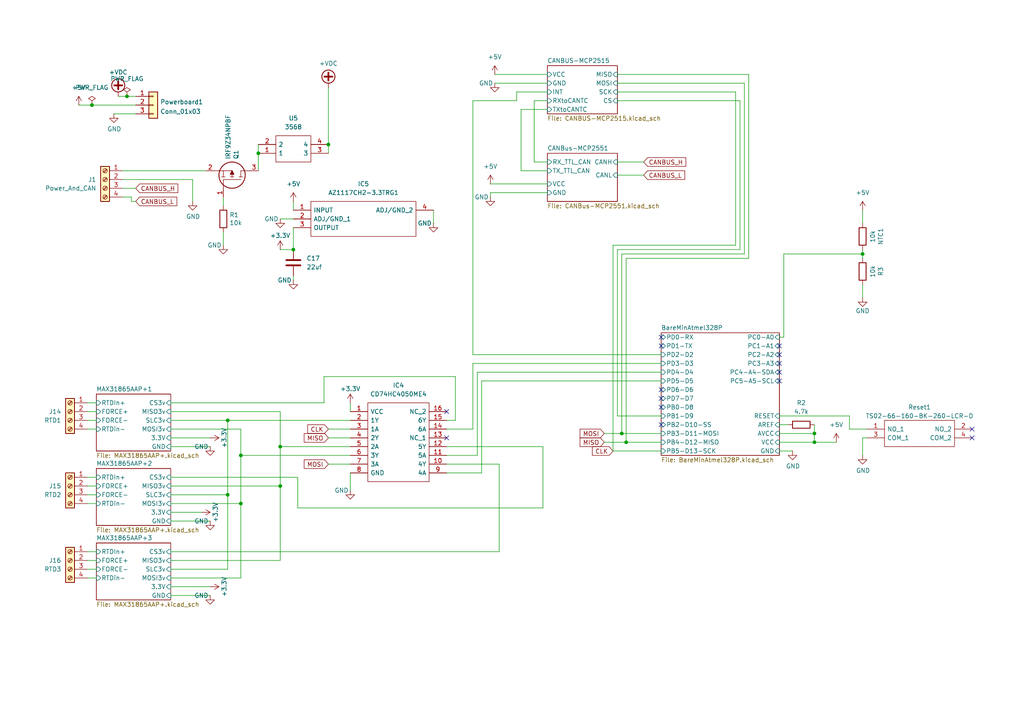
<source format=kicad_sch>
(kicad_sch (version 20231120) (generator "eeschema") (generator_version "8.0")
  (paper "A4")
  (lib_symbols
    (symbol "Connector:Screw_Terminal_01x04" (pin_names (offset 1.016) hide)
      (property "Reference" "J" (at 0 5.08 0))
      (property "Value" "Screw_Terminal_01x04" (at 0 -7.62 0))
      (symbol "Screw_Terminal_01x04_1_1"
        (rectangle (start -1.27 3.81) (end 1.27 -6.35) (stroke (width 0.254)) (fill (type background)))
        (circle (center 0 -5.08) (radius 0.635) (stroke (width 0.1524)))
        (circle (center 0 -2.54) (radius 0.635) (stroke (width 0.1524)))
        (polyline (pts (xy -0.5334 -4.7498) (xy 0.3302 -5.588)) (stroke (width 0.1524)))
        (polyline (pts (xy -0.5334 -2.2098) (xy 0.3302 -3.048)) (stroke (width 0.1524)))
        (polyline (pts (xy -0.5334 0.3302) (xy 0.3302 -0.508)) (stroke (width 0.1524)))
        (polyline (pts (xy -0.5334 2.8702) (xy 0.3302 2.032)) (stroke (width 0.1524)))
        (polyline (pts (xy -0.3556 -4.572) (xy 0.508 -5.4102)) (stroke (width 0.1524)))
        (polyline (pts (xy -0.3556 -2.032) (xy 0.508 -2.8702)) (stroke (width 0.1524)))
        (polyline (pts (xy -0.3556 0.508) (xy 0.508 -0.3302)) (stroke (width 0.1524)))
        (polyline (pts (xy -0.3556 3.048) (xy 0.508 2.2098)) (stroke (width 0.1524)))
        (circle (center 0 0) (radius 0.635) (stroke (width 0.1524)))
        (circle (center 0 2.54) (radius 0.635) (stroke (width 0.1524)))
        (pin passive line (at -5.08 2.54 0) (length 3.81) (name "Pin_1") (number "1"))
        (pin passive line (at -5.08 0 0) (length 3.81) (name "Pin_2") (number "2"))
        (pin passive line (at -5.08 -2.54 0) (length 3.81) (name "Pin_3") (number "3"))
        (pin passive line (at -5.08 -5.08 0) (length 3.81) (name "Pin_4") (number "4"))
      )
    )
    (symbol "Connector_Generic:Conn_01x03" (pin_names (offset 1.016) hide)
      (property "Reference" "J" (at 0 5.08 0))
      (property "Value" "Conn_01x03" (at 0 -5.08 0))
      (symbol "Conn_01x03_1_1"
        (rectangle (start -1.27 -2.413) (end 0 -2.667) (stroke (width 0.1524)))
        (rectangle (start -1.27 0.127) (end 0 -0.127) (stroke (width 0.1524)))
        (rectangle (start -1.27 2.667) (end 0 2.413) (stroke (width 0.1524)))
        (rectangle (start -1.27 3.81) (end 1.27 -3.81) (stroke (width 0.254)) (fill (type background)))
        (pin passive line (at -5.08 2.54 0) (length 3.81) (name "Pin_1") (number "1"))
        (pin passive line (at -5.08 0 0) (length 3.81) (name "Pin_2") (number "2"))
        (pin passive line (at -5.08 -2.54 0) (length 3.81) (name "Pin_3") (number "3"))
      )
    )
    (symbol "Device:C" (pin_numbers hide) (pin_names (offset 0.254))
      (property "Reference" "C" (at 0.635 2.54 0))
      (property "Value" "C" (at 0.635 -2.54 0))
      (symbol "C_0_1"
        (polyline (pts (xy -2.032 -0.762) (xy 2.032 -0.762)) (stroke (width 0.508)))
        (polyline (pts (xy -2.032 0.762) (xy 2.032 0.762)) (stroke (width 0.508)))
      )
      (symbol "C_1_1"
        (pin passive line (at 0 3.81 270) (length 2.794) (name "~") (number "1"))
        (pin passive line (at 0 -3.81 90) (length 2.794) (name "~") (number "2"))
      )
    )
    (symbol "Device:R" (pin_numbers hide) (pin_names (offset 0))
      (property "Reference" "R" (at 2.032 0 90))
      (property "Value" "R" (at 0 0 90))
      (symbol "R_0_1"
        (rectangle (start -1.016 -2.54) (end 1.016 2.54) (stroke (width 0.254)))
      )
      (symbol "R_1_1"
        (pin passive line (at 0 3.81 270) (length 1.27) (name "~") (number "1"))
        (pin passive line (at 0 -3.81 90) (length 1.27) (name "~") (number "2"))
      )
    )
    (symbol "SamacSys_Parts:3568" (pin_names (offset 0.762))
      (property "Reference" "U" (at 16.51 7.62 0))
      (property "Value" "3568" (at 16.51 5.08 0))
      (symbol "3568_0_0"
        (pin passive line (at 0 -2.54 0) (length 5.08) (name "1") (number "1"))
        (pin passive line (at 0 0 0) (length 5.08) (name "2") (number "2"))
        (pin passive line (at 20.32 -2.54 180) (length 5.08) (name "3") (number "3"))
        (pin passive line (at 20.32 0 180) (length 5.08) (name "4") (number "4"))
      )
      (symbol "3568_0_1"
        (polyline (pts (xy 5.08 2.54) (xy 15.24 2.54) (xy 15.24 -5.08) (xy 5.08 -5.08) (xy 5.08 2.54)) (stroke (width 0.1524)))
      )
    )
    (symbol "SamacSys_Parts:AZ1117CH2-3.3TRG1" (pin_names (offset 0.762))
      (property "Reference" "IC" (at 36.83 7.62 0))
      (property "Value" "AZ1117CH2-3.3TRG1" (at 36.83 5.08 0))
      (symbol "AZ1117CH2-3.3TRG1_0_0"
        (pin passive line (at 0 0 0) (length 5.08) (name "INPUT") (number "1"))
        (pin passive line (at 0 -2.54 0) (length 5.08) (name "ADJ/GND_1") (number "2"))
        (pin passive line (at 0 -5.08 0) (length 5.08) (name "OUTPUT") (number "3"))
        (pin passive line (at 40.64 0 180) (length 5.08) (name "ADJ/GND_2") (number "4"))
      )
      (symbol "AZ1117CH2-3.3TRG1_0_1"
        (polyline (pts (xy 5.08 2.54) (xy 35.56 2.54) (xy 35.56 -7.62) (xy 5.08 -7.62) (xy 5.08 2.54)) (stroke (width 0.1524)))
      )
    )
    (symbol "SamacSys_Parts:CD74HC4050ME4" (pin_names (offset 0.762))
      (property "Reference" "IC" (at 24.13 7.62 0))
      (property "Value" "CD74HC4050ME4" (at 24.13 5.08 0))
      (symbol "CD74HC4050ME4_0_0"
        (pin passive line (at 0 0 0) (length 5.08) (name "VCC") (number "1"))
        (pin passive line (at 27.94 -15.24 180) (length 5.08) (name "4Y") (number "10"))
        (pin passive line (at 27.94 -12.7 180) (length 5.08) (name "5A") (number "11"))
        (pin passive line (at 27.94 -10.16 180) (length 5.08) (name "5Y") (number "12"))
        (pin passive line (at 27.94 -7.62 180) (length 5.08) (name "NC_1") (number "13"))
        (pin passive line (at 27.94 -5.08 180) (length 5.08) (name "6A") (number "14"))
        (pin passive line (at 27.94 -2.54 180) (length 5.08) (name "6Y") (number "15"))
        (pin passive line (at 27.94 0 180) (length 5.08) (name "NC_2") (number "16"))
        (pin passive line (at 0 -2.54 0) (length 5.08) (name "1Y") (number "2"))
        (pin passive line (at 0 -5.08 0) (length 5.08) (name "1A") (number "3"))
        (pin passive line (at 0 -7.62 0) (length 5.08) (name "2Y") (number "4"))
        (pin passive line (at 0 -10.16 0) (length 5.08) (name "2A") (number "5"))
        (pin passive line (at 0 -12.7 0) (length 5.08) (name "3Y") (number "6"))
        (pin passive line (at 0 -15.24 0) (length 5.08) (name "3A") (number "7"))
        (pin passive line (at 0 -17.78 0) (length 5.08) (name "GND") (number "8"))
        (pin passive line (at 27.94 -17.78 180) (length 5.08) (name "4A") (number "9"))
      )
      (symbol "CD74HC4050ME4_0_1"
        (polyline (pts (xy 5.08 2.54) (xy 22.86 2.54) (xy 22.86 -20.32) (xy 5.08 -20.32) (xy 5.08 2.54)) (stroke (width 0.1524)))
      )
    )
    (symbol "SamacSys_Parts:IRF9Z34NPBF" (pin_names (offset 0.762))
      (property "Reference" "Q" (at 11.43 3.81 0))
      (property "Value" "IRF9Z34NPBF" (at 11.43 1.27 0))
      (symbol "IRF9Z34NPBF_0_0"
        (pin passive line (at 0 0 0) (length 2.54) (name "~") (number "1"))
        (pin passive line (at 7.62 -5.08 90) (length 2.54) (name "~") (number "2"))
        (pin passive line (at 7.62 10.16 270) (length 2.54) (name "~") (number "3"))
      )
      (symbol "IRF9Z34NPBF_0_1"
        (polyline (pts (xy 5.842 -0.508) (xy 5.842 0.508)) (stroke (width 0.1524)))
        (polyline (pts (xy 5.842 0) (xy 7.62 0)) (stroke (width 0.1524)))
        (polyline (pts (xy 5.842 2.032) (xy 5.842 3.048)) (stroke (width 0.1524)))
        (polyline (pts (xy 5.842 5.588) (xy 5.842 4.572)) (stroke (width 0.1524)))
        (polyline (pts (xy 7.62 2.54) (xy 5.842 2.54)) (stroke (width 0.1524)))
        (polyline (pts (xy 7.62 2.54) (xy 7.62 -2.54)) (stroke (width 0.1524)))
        (polyline (pts (xy 7.62 5.08) (xy 5.842 5.08)) (stroke (width 0.1524)))
        (polyline (pts (xy 7.62 5.08) (xy 7.62 7.62)) (stroke (width 0.1524)))
        (polyline (pts (xy 2.54 0) (xy 5.08 0) (xy 5.08 5.08)) (stroke (width 0.1524)))
        (polyline (pts (xy 7.62 2.54) (xy 6.604 3.048) (xy 6.604 2.032) (xy 7.62 2.54)) (stroke (width 0.254)) (fill (type outline)))
        (circle (center 6.35 2.54) (radius 3.81) (stroke (width 0.254)))
      )
    )
    (symbol "SamacSys_Parts:TS02-66-160-BK-260-LCR-D" (pin_names (offset 0.762))
      (property "Reference" "S" (at 26.67 7.62 0))
      (property "Value" "TS02-66-160-BK-260-LCR-D" (at 26.67 5.08 0))
      (symbol "TS02-66-160-BK-260-LCR-D_0_0"
        (pin passive line (at 0 0 0) (length 5.08) (name "NO_1") (number "1"))
        (pin passive line (at 30.48 0 180) (length 5.08) (name "NO_2") (number "2"))
        (pin passive line (at 0 -2.54 0) (length 5.08) (name "COM_1") (number "3"))
        (pin passive line (at 30.48 -2.54 180) (length 5.08) (name "COM_2") (number "4"))
      )
      (symbol "TS02-66-160-BK-260-LCR-D_0_1"
        (polyline (pts (xy 5.08 2.54) (xy 25.4 2.54) (xy 25.4 -5.08) (xy 5.08 -5.08) (xy 5.08 2.54)) (stroke (width 0.1524)))
      )
    )
    (symbol "power:+3.3V" (power) (pin_numbers hide) (pin_names (offset 0) hide)
      (property "Value" "+3.3V" (at 0 3.556 0))
      (symbol "+3.3V_0_1"
        (polyline (pts (xy -0.762 1.27) (xy 0 2.54)))
        (polyline (pts (xy 0 0) (xy 0 2.54)))
        (polyline (pts (xy 0 2.54) (xy 0.762 1.27)))
      )
      (symbol "+3.3V_1_1"
        (pin power_in line (at 0 0 90) (length 0) (name "~") (number "1"))
      )
    )
    (symbol "power:+5V" (power) (pin_numbers hide) (pin_names (offset 0) hide)
      (property "Value" "+5V" (at 0 3.556 0))
      (symbol "+5V_0_1"
        (polyline (pts (xy -0.762 1.27) (xy 0 2.54)))
        (polyline (pts (xy 0 0) (xy 0 2.54)))
        (polyline (pts (xy 0 2.54) (xy 0.762 1.27)))
      )
      (symbol "+5V_1_1"
        (pin power_in line (at 0 0 90) (length 0) (name "~") (number "1"))
      )
    )
    (symbol "power:+VDC" (power) (pin_numbers hide) (pin_names (offset 0) hide)
      (property "Value" "+VDC" (at 0 6.35 0))
      (symbol "+VDC_0_1"
        (polyline (pts (xy -1.143 3.175) (xy 1.143 3.175)) (stroke (width 0.508)))
        (polyline (pts (xy 0 0) (xy 0 1.27)))
        (polyline (pts (xy 0 2.032) (xy 0 4.318)) (stroke (width 0.508)))
        (circle (center 0 3.175) (radius 1.905) (stroke (width 0.254)))
      )
      (symbol "+VDC_1_1"
        (pin power_in line (at 0 0 90) (length 0) (name "~") (number "1"))
      )
    )
    (symbol "power:GND" (power) (pin_numbers hide) (pin_names (offset 0) hide)
      (property "Value" "GND" (at 0 -3.81 0))
      (symbol "GND_0_1"
        (polyline (pts (xy 0 0) (xy 0 -1.27) (xy 1.27 -1.27) (xy 0 -2.54) (xy -1.27 -1.27) (xy 0 -1.27)))
      )
      (symbol "GND_1_1"
        (pin power_in line (at 0 0 270) (length 0) (name "~") (number "1"))
      )
    )
    (symbol "power:PWR_FLAG" (power) (pin_numbers hide) (pin_names (offset 0) hide)
      (property "Value" "PWR_FLAG" (at 0 3.81 0))
      (symbol "PWR_FLAG_0_0"
        (pin power_out line (at 0 0 90) (length 0) (name "~") (number "1"))
      )
      (symbol "PWR_FLAG_0_1"
        (polyline (pts (xy 0 0) (xy 0 1.27) (xy -1.016 1.905) (xy 0 2.54) (xy 1.016 1.905) (xy 0 1.27)))
      )
    )
  )
  (junction (at 69.85 132.08))
  (junction (at 250.19 73.66))
  (junction (at 81.28 140.97))
  (junction (at 66.04 143.51))
  (junction (at 85.09 72.39))
  (junction (at 95.25 41.91))
  (junction (at 81.28 129.54))
  (junction (at 74.93 44.45))
  (junction (at 69.85 146.05))
  (junction (at 66.04 121.92))
  (junction (at 36.83 27.94))
  (junction (at 180.34 125.73))
  (junction (at 236.22 125.73))
  (junction (at 26.67 30.48))
  (junction (at 181.61 128.27))
  (junction (at 236.22 128.27))
  (no_connect (at 191.77 97.79))
  (no_connect (at 191.77 100.33))
  (no_connect (at 191.77 115.57))
  (no_connect (at 191.77 123.19))
  (no_connect (at 191.77 118.11))
  (no_connect (at 129.54 127))
  (no_connect (at 226.06 102.87))
  (no_connect (at 226.06 100.33))
  (no_connect (at 281.94 127))
  (no_connect (at 226.06 110.49))
  (no_connect (at 191.77 113.03))
  (no_connect (at 226.06 107.95))
  (no_connect (at 281.94 124.46))
  (no_connect (at 226.06 105.41))
  (no_connect (at 129.54 119.38))
  (wire (pts (xy 34.29 27.94) (xy 36.83 27.94)))
  (wire (pts (xy 35.56 52.07) (xy 55.88 52.07)))
  (wire (pts (xy 143.51 24.13) (xy 158.75 24.13)))
  (wire (pts (xy 25.4 146.05) (xy 27.94 146.05)))
  (wire (pts (xy 95.25 41.91) (xy 95.25 44.45)))
  (wire (pts (xy 246.38 120.65) (xy 246.38 124.46)))
  (wire (pts (xy 191.77 102.87) (xy 137.16 102.87)))
  (wire (pts (xy 69.85 124.46) (xy 49.53 124.46)))
  (wire (pts (xy 26.67 30.48) (xy 39.37 30.48)))
  (wire (pts (xy 191.77 120.65) (xy 179.07 120.65)))
  (wire (pts (xy 227.33 97.79) (xy 227.33 73.66)))
  (wire (pts (xy 101.6 116.84) (xy 101.6 119.38)))
  (wire (pts (xy 215.9 24.13) (xy 215.9 73.66)))
  (wire (pts (xy 38.1 58.42) (xy 38.1 57.15)))
  (wire (pts (xy 250.19 73.66) (xy 250.19 74.93)))
  (wire (pts (xy 250.19 127) (xy 250.19 132.08)))
  (wire (pts (xy 25.4 160.02) (xy 27.94 160.02)))
  (wire (pts (xy 158.75 55.88) (xy 142.24 55.88)))
  (wire (pts (xy 191.77 107.95) (xy 138.43 107.95)))
  (wire (pts (xy 55.88 58.42) (xy 55.88 52.07)))
  (wire (pts (xy 157.48 147.32) (xy 86.36 147.32)))
  (wire (pts (xy 49.53 116.84) (xy 93.98 116.84)))
  (wire (pts (xy 191.77 105.41) (xy 137.16 105.41)))
  (wire (pts (xy 250.19 72.39) (xy 250.19 73.66)))
  (wire (pts (xy 226.06 130.81) (xy 229.87 130.81)))
  (wire (pts (xy 154.94 29.21) (xy 158.75 29.21)))
  (wire (pts (xy 179.07 72.39) (xy 214.63 72.39)))
  (wire (pts (xy 142.24 53.34) (xy 158.75 53.34)))
  (wire (pts (xy 213.36 26.67) (xy 179.07 26.67)))
  (wire (pts (xy 95.25 124.46) (xy 101.6 124.46)))
  (wire (pts (xy 49.53 165.1) (xy 66.04 165.1)))
  (wire (pts (xy 179.07 120.65) (xy 179.07 72.39)))
  (wire (pts (xy 81.28 63.5) (xy 85.09 63.5)))
  (wire (pts (xy 226.06 123.19) (xy 228.6 123.19)))
  (wire (pts (xy 143.51 21.59) (xy 158.75 21.59)))
  (wire (pts (xy 236.22 128.27) (xy 242.57 128.27)))
  (wire (pts (xy 137.16 124.46) (xy 129.54 124.46)))
  (wire (pts (xy 213.36 71.12) (xy 213.36 26.67)))
  (wire (pts (xy 125.73 60.96) (xy 125.73 64.77)))
  (wire (pts (xy 129.54 132.08) (xy 138.43 132.08)))
  (wire (pts (xy 137.16 29.21) (xy 149.86 29.21)))
  (wire (pts (xy 142.24 55.88) (xy 142.24 57.15)))
  (wire (pts (xy 49.53 129.54) (xy 60.96 129.54)))
  (wire (pts (xy 179.07 24.13) (xy 215.9 24.13)))
  (wire (pts (xy 49.53 167.64) (xy 69.85 167.64)))
  (wire (pts (xy 250.19 82.55) (xy 250.19 86.36)))
  (wire (pts (xy 129.54 129.54) (xy 157.48 129.54)))
  (wire (pts (xy 180.34 73.66) (xy 180.34 125.73)))
  (wire (pts (xy 25.4 167.64) (xy 27.94 167.64)))
  (wire (pts (xy 38.1 57.15) (xy 35.56 57.15)))
  (wire (pts (xy 177.8 71.12) (xy 213.36 71.12)))
  (wire (pts (xy 95.25 134.62) (xy 101.6 134.62)))
  (wire (pts (xy 74.93 44.45) (xy 74.93 49.53)))
  (wire (pts (xy 25.4 140.97) (xy 27.94 140.97)))
  (wire (pts (xy 158.75 46.99) (xy 154.94 46.99)))
  (wire (pts (xy 226.06 97.79) (xy 227.33 97.79)))
  (wire (pts (xy 86.36 147.32) (xy 86.36 138.43)))
  (wire (pts (xy 49.53 172.72) (xy 60.96 172.72)))
  (wire (pts (xy 49.53 151.13) (xy 60.96 151.13)))
  (wire (pts (xy 49.53 146.05) (xy 69.85 146.05)))
  (wire (pts (xy 25.4 138.43) (xy 27.94 138.43)))
  (wire (pts (xy 191.77 130.81) (xy 177.8 130.81)))
  (wire (pts (xy 226.06 120.65) (xy 246.38 120.65)))
  (wire (pts (xy 49.53 160.02) (xy 144.78 160.02)))
  (wire (pts (xy 151.13 31.75) (xy 151.13 49.53)))
  (wire (pts (xy 93.98 109.22) (xy 132.08 109.22)))
  (wire (pts (xy 49.53 170.18) (xy 60.96 170.18)))
  (wire (pts (xy 236.22 125.73) (xy 236.22 128.27)))
  (wire (pts (xy 137.16 102.87) (xy 137.16 29.21)))
  (wire (pts (xy 22.86 30.48) (xy 26.67 30.48)))
  (wire (pts (xy 101.6 132.08) (xy 69.85 132.08)))
  (wire (pts (xy 191.77 128.27) (xy 181.61 128.27)))
  (wire (pts (xy 129.54 137.16) (xy 139.7 137.16)))
  (wire (pts (xy 139.7 110.49) (xy 191.77 110.49)))
  (wire (pts (xy 180.34 125.73) (xy 191.77 125.73)))
  (wire (pts (xy 250.19 60.96) (xy 250.19 64.77)))
  (wire (pts (xy 35.56 49.53) (xy 59.69 49.53)))
  (wire (pts (xy 36.83 27.94) (xy 39.37 27.94)))
  (wire (pts (xy 179.07 50.8) (xy 186.69 50.8)))
  (wire (pts (xy 138.43 107.95) (xy 138.43 132.08)))
  (wire (pts (xy 175.26 128.27) (xy 181.61 128.27)))
  (wire (pts (xy 33.02 33.02) (xy 39.37 33.02)))
  (wire (pts (xy 81.28 129.54) (xy 101.6 129.54)))
  (wire (pts (xy 177.8 130.81) (xy 177.8 71.12)))
  (wire (pts (xy 95.25 127) (xy 101.6 127)))
  (wire (pts (xy 49.53 119.38) (xy 81.28 119.38)))
  (wire (pts (xy 86.36 138.43) (xy 49.53 138.43)))
  (wire (pts (xy 81.28 119.38) (xy 81.28 129.54)))
  (wire (pts (xy 139.7 137.16) (xy 139.7 110.49)))
  (wire (pts (xy 74.93 41.91) (xy 74.93 44.45)))
  (wire (pts (xy 129.54 134.62) (xy 144.78 134.62)))
  (wire (pts (xy 25.4 119.38) (xy 27.94 119.38)))
  (wire (pts (xy 81.28 72.39) (xy 85.09 72.39)))
  (wire (pts (xy 25.4 121.92) (xy 27.94 121.92)))
  (wire (pts (xy 69.85 132.08) (xy 69.85 124.46)))
  (wire (pts (xy 149.86 26.67) (xy 158.75 26.67)))
  (wire (pts (xy 154.94 46.99) (xy 154.94 29.21)))
  (wire (pts (xy 69.85 132.08) (xy 69.85 146.05)))
  (wire (pts (xy 81.28 162.56) (xy 81.28 140.97)))
  (wire (pts (xy 181.61 128.27) (xy 181.61 74.93)))
  (wire (pts (xy 39.37 58.42) (xy 38.1 58.42)))
  (wire (pts (xy 181.61 74.93) (xy 217.17 74.93)))
  (wire (pts (xy 25.4 143.51) (xy 27.94 143.51)))
  (wire (pts (xy 64.77 67.31) (xy 64.77 71.12)))
  (wire (pts (xy 251.46 127) (xy 250.19 127)))
  (wire (pts (xy 25.4 165.1) (xy 27.94 165.1)))
  (wire (pts (xy 157.48 129.54) (xy 157.48 147.32)))
  (wire (pts (xy 144.78 160.02) (xy 144.78 134.62)))
  (wire (pts (xy 214.63 72.39) (xy 214.63 29.21)))
  (wire (pts (xy 49.53 143.51) (xy 66.04 143.51)))
  (wire (pts (xy 137.16 105.41) (xy 137.16 124.46)))
  (wire (pts (xy 151.13 49.53) (xy 158.75 49.53)))
  (wire (pts (xy 66.04 165.1) (xy 66.04 143.51)))
  (wire (pts (xy 149.86 29.21) (xy 149.86 26.67)))
  (wire (pts (xy 215.9 73.66) (xy 180.34 73.66)))
  (wire (pts (xy 179.07 21.59) (xy 217.17 21.59)))
  (wire (pts (xy 101.6 137.16) (xy 101.6 142.24)))
  (wire (pts (xy 132.08 121.92) (xy 129.54 121.92)))
  (wire (pts (xy 49.53 148.59) (xy 58.42 148.59)))
  (wire (pts (xy 158.75 31.75) (xy 151.13 31.75)))
  (wire (pts (xy 179.07 46.99) (xy 186.69 46.99)))
  (wire (pts (xy 217.17 74.93) (xy 217.17 21.59)))
  (wire (pts (xy 66.04 143.51) (xy 66.04 121.92)))
  (wire (pts (xy 35.56 54.61) (xy 39.37 54.61)))
  (wire (pts (xy 81.28 129.54) (xy 81.28 140.97)))
  (wire (pts (xy 85.09 72.39) (xy 85.09 66.04)))
  (wire (pts (xy 246.38 124.46) (xy 251.46 124.46)))
  (wire (pts (xy 49.53 127) (xy 60.96 127)))
  (wire (pts (xy 95.25 25.4) (xy 95.25 41.91)))
  (wire (pts (xy 227.33 73.66) (xy 250.19 73.66)))
  (wire (pts (xy 85.09 58.42) (xy 85.09 60.96)))
  (wire (pts (xy 25.4 124.46) (xy 27.94 124.46)))
  (wire (pts (xy 64.77 59.69) (xy 64.77 57.15)))
  (wire (pts (xy 49.53 140.97) (xy 81.28 140.97)))
  (wire (pts (xy 93.98 116.84) (xy 93.98 109.22)))
  (wire (pts (xy 226.06 125.73) (xy 236.22 125.73)))
  (wire (pts (xy 25.4 162.56) (xy 27.94 162.56)))
  (wire (pts (xy 49.53 162.56) (xy 81.28 162.56)))
  (wire (pts (xy 236.22 123.19) (xy 236.22 125.73)))
  (wire (pts (xy 49.53 121.92) (xy 66.04 121.92)))
  (wire (pts (xy 226.06 128.27) (xy 236.22 128.27)))
  (wire (pts (xy 66.04 121.92) (xy 101.6 121.92)))
  (wire (pts (xy 132.08 109.22) (xy 132.08 121.92)))
  (wire (pts (xy 25.4 116.84) (xy 27.94 116.84)))
  (wire (pts (xy 175.26 125.73) (xy 180.34 125.73)))
  (wire (pts (xy 214.63 29.21) (xy 179.07 29.21)))
  (wire (pts (xy 85.09 80.01) (xy 85.09 81.28)))
  (wire (pts (xy 69.85 167.64) (xy 69.85 146.05)))
  (global_label "MOSI" (shape input) (at 175.26 125.73 180) (property "Intersheetrefs" "${INTERSHEET_REFS}" (effects (hide yes))))
  (global_label "CANBUS_H" (shape input) (at 39.37 54.61 0) (property "Intersheetrefs" "${INTERSHEET_REFS}" (effects (hide yes))))
  (global_label "MISO" (shape input) (at 175.26 128.27 180) (property "Intersheetrefs" "${INTERSHEET_REFS}" (effects (hide yes))))
  (global_label "MISO" (shape input) (at 95.25 127 180) (property "Intersheetrefs" "${INTERSHEET_REFS}" (effects (hide yes))))
  (global_label "MOSI" (shape input) (at 95.25 134.62 180) (property "Intersheetrefs" "${INTERSHEET_REFS}" (effects (hide yes))))
  (global_label "CLK" (shape input) (at 177.8 130.81 180) (property "Intersheetrefs" "${INTERSHEET_REFS}" (effects (hide yes))))
  (global_label "CANBUS_H" (shape input) (at 186.69 46.99 0) (property "Intersheetrefs" "${INTERSHEET_REFS}" (effects (hide yes))))
  (global_label "CLK" (shape input) (at 95.25 124.46 180) (property "Intersheetrefs" "${INTERSHEET_REFS}" (effects (hide yes))))
  (global_label "CANBUS_L" (shape input) (at 186.69 50.8 0) (property "Intersheetrefs" "${INTERSHEET_REFS}" (effects (hide yes))))
  (global_label "CANBUS_L" (shape input) (at 39.37 58.42 0) (property "Intersheetrefs" "${INTERSHEET_REFS}" (effects (hide yes))))
  (symbol (lib_id "power:GND") (at 101.6 142.24 0) (unit 1)
    (property "Reference" "#PWR011" (effects (hide yes)))
    (property "Value" "GND" (at 99.06 142.24 0))
    (property "Description" "Power symbol creates a global label with name \"GND\" , ground" (effects (hide yes)))
  )
  (symbol (lib_id "power:+3.3V") (at 60.96 127 270) (unit 1)
    (property "Reference" "#PWR028" (effects (hide yes)))
    (property "Value" "+3.3V" (at 65.024 127 0))
    (property "Description" "Power symbol creates a global label with name \"+3.3V\"" (effects (hide yes)))
  )
  (symbol (lib_id "power:GND") (at 60.96 172.72 0) (unit 1)
    (property "Reference" "#PWR025" (effects (hide yes)))
    (property "Value" "GND" (at 58.42 172.72 0))
    (property "Description" "Power symbol creates a global label with name \"GND\" , ground" (effects (hide yes)))
  )
  (symbol (lib_id "power:GND") (at 81.28 63.5 0) (unit 1)
    (property "Reference" "#PWR05" (effects (hide yes)))
    (property "Value" "GND" (at 78.74 63.5 0))
    (property "Description" "Power symbol creates a global label with name \"GND\" , ground" (effects (hide yes)))
  )
  (symbol (lib_id "power:+5V") (at 22.86 30.48 0) (unit 1)
    (property "Reference" "#PWR01" (effects (hide yes)))
    (property "Value" "+5V" (at 22.86 25.4 0))
    (property "Description" "Power symbol creates a global label with name \"+5V\"" (effects (hide yes)))
  )
  (symbol (lib_id "power:+3.3V") (at 81.28 72.39 0) (unit 1)
    (property "Reference" "#PWR09" (effects (hide yes)))
    (property "Value" "+3.3V" (at 81.28 68.326 0))
    (property "Description" "Power symbol creates a global label with name \"+3.3V\"" (effects (hide yes)))
  )
  (symbol (lib_id "SamacSys_Parts:IRF9Z34NPBF") (at 64.77 57.15 270) (mirror x) (unit 1)
    (property "Reference" "Q1" (at 68.4784 46.228 0) (effects (justify left)))
    (property "Value" "IRF9Z34NPBF" (at 66.167 46.228 0) (effects (justify left)))
    (property "Footprint" "TO254P469X1042X1967-3P" (effects (hide yes)))
    (property "Datasheet" "https://www.infineon.com/dgdl/irf9z34npbf.pdf?fileId=5546d462533600a40153561220af1ddd" (effects (hide yes)))
    (property "Description" "MOSFET MOSFT PCh -55V -17A 100mOhm 23.3nC" (effects (hide yes)))
    (property "Height" "4.69" (effects (hide yes)))
    (property "Mouser Part Number" "942-IRF9Z34NPBF" (effects (hide yes)))
    (property "Mouser Price/Stock" "https://www.mouser.co.uk/ProductDetail/Infineon-Technologies/IRF9Z34NPBF?qs=9%252BKlkBgLFf16a%2FvlD%252BMCtQ%3D%3D" (effects (hide yes)))
    (property "Manufacturer_Name" "Infineon" (effects (hide yes)))
    (property "Manufacturer_Part_Number" "IRF9Z34NPBF" (effects (hide yes)))
  )
  (symbol (lib_id "Connector:Screw_Terminal_01x04") (at 20.32 119.38 0) (mirror y) (unit 1)
    (property "Reference" "J14" (at 17.78 119.3799 0) (effects (justify left)))
    (property "Value" "RTD1" (at 17.78 121.9199 0) (effects (justify left)))
    (property "Footprint" "TerminalBlock_Phoenix:TerminalBlock_Phoenix_MPT-0,5-4-2.54_1x04_P2.54mm_Horizontal" (effects (hide yes)))
    (property "Description" "Generic screw terminal, single row, 01x04, script generated (kicad-library-utils/schlib/autogen/connector/)" (effects (hide yes)))
  )
  (symbol (lib_id "power:+3.3V") (at 101.6 116.84 0) (unit 1)
    (property "Reference" "#PWR022" (effects (hide yes)))
    (property "Value" "+3.3V" (at 101.6 112.776 0))
    (property "Description" "Power symbol creates a global label with name \"+3.3V\"" (effects (hide yes)))
  )
  (symbol (lib_id "power:PWR_FLAG") (at 36.83 27.94 0) (unit 1)
    (property "Reference" "#FLG02" (effects (hide yes)))
    (property "Value" "PWR_FLAG" (at 36.83 22.86 0))
    (property "Description" "Special symbol for telling ERC where power comes from" (effects (hide yes)))
  )
  (symbol (lib_id "SamacSys_Parts:AZ1117CH2-3.3TRG1") (at 85.09 60.96 0) (unit 1)
    (property "Reference" "IC5" (at 105.41 53.34 0))
    (property "Value" "AZ1117CH2-3.3TRG1" (at 105.41 55.88 0))
    (property "Footprint" "SOT230P700X180-4N" (effects (hide yes)))
    (property "Datasheet" "https://www.diodes.com//assets/Datasheets/AZ1117C.pdf" (effects (hide yes)))
    (property "Description" "LDO Voltage Regulators LDO BJT HiCurr SOT223 T&R 4K" (effects (hide yes)))
    (property "Height" "1.8" (effects (hide yes)))
    (property "Mouser Part Number" "621-AZ1117CH2-33TRG1" (effects (hide yes)))
    (property "Mouser Price/Stock" "https://www.mouser.co.uk/ProductDetail/Diodes-Incorporated/AZ1117CH2-3.3TRG1?qs=lQAVKuKFhkLc7jCxso2G3w%3D%3D" (effects (hide yes)))
    (property "Manufacturer_Name" "Diodes Incorporated" (effects (hide yes)))
    (property "Manufacturer_Part_Number" "AZ1117CH2-3.3TRG1" (effects (hide yes)))
  )
  (symbol (lib_id "power:+3.3V") (at 58.42 148.59 270) (unit 1)
    (property "Reference" "#PWR027" (effects (hide yes)))
    (property "Value" "+3.3V" (at 62.484 148.59 0))
    (property "Description" "Power symbol creates a global label with name \"+3.3V\"" (effects (hide yes)))
  )
  (symbol (lib_id "power:+VDC") (at 34.29 27.94 0) (unit 1)
    (property "Reference" "#PWR02" (effects (hide yes)))
    (property "Value" "+VDC" (at 34.29 20.955 0))
    (property "Description" "Power symbol creates a global label with name \"+VDC\"" (effects (hide yes)))
  )
  (symbol (lib_id "SamacSys_Parts:TS02-66-160-BK-260-LCR-D") (at 251.46 124.46 0) (unit 1)
    (property "Reference" "Reset1" (at 266.7 118.11 0))
    (property "Value" "TS02-66-160-BK-260-LCR-D" (at 266.7 120.65 0))
    (property "Footprint" "TS0266160BK260LCRD" (effects (hide yes)))
    (property "Datasheet" "https://www.cuidevices.com/product/resource/ts02.pdf" (effects (hide yes)))
    (property "Description" "Tactile Switches 6 x 6 mm, 16 mm Act Height, 260 gf, Black, Long Crimped, Through Hole, SPST," (effects (hide yes)))
    (property "Height" "16.2" (effects (hide yes)))
    (property "Mouser Part Number" "179-TS0266160BK260LC" (effects (hide yes)))
    (property "Mouser Price/Stock" "https://www.mouser.co.uk/ProductDetail/CUI-Devices/TS02-66-160-BK-260-LCR-D?qs=A6eO%252BMLsxmR2iSh4nOToMQ%3D%3D" (effects (hide yes)))
    (property "Manufacturer_Name" "CUI Devices" (effects (hide yes)))
    (property "Manufacturer_Part_Number" "TS02-66-160-BK-260-LCR-D" (effects (hide yes)))
  )
  (symbol (lib_id "power:GND") (at 250.19 132.08 0) (unit 1)
    (property "Reference" "#PWR021" (effects (hide yes)))
    (property "Value" "GND" (at 250.317 136.4742 0))
    (property "Description" "Power symbol creates a global label with name \"GND\" , ground" (effects (hide yes)))
  )
  (symbol (lib_id "power:+5V") (at 142.24 53.34 0) (unit 1)
    (property "Reference" "#PWR013" (effects (hide yes)))
    (property "Value" "+5V" (at 142.24 48.26 0))
    (property "Description" "Power symbol creates a global label with name \"+5V\"" (effects (hide yes)))
  )
  (symbol (lib_id "power:GND") (at 60.96 129.54 0) (unit 1)
    (property "Reference" "#PWR023" (effects (hide yes)))
    (property "Value" "GND" (at 58.42 129.54 0))
    (property "Description" "Power symbol creates a global label with name \"GND\" , ground" (effects (hide yes)))
  )
  (symbol (lib_id "power:GND") (at 33.02 33.02 0) (unit 1)
    (property "Reference" "#PWR03" (effects (hide yes)))
    (property "Value" "GND" (at 33.147 37.4142 0))
    (property "Description" "Power symbol creates a global label with name \"GND\" , ground" (effects (hide yes)))
  )
  (symbol (lib_id "power:GND") (at 125.73 64.77 0) (unit 1)
    (property "Reference" "#PWR04" (effects (hide yes)))
    (property "Value" "GND" (at 123.19 64.77 0))
    (property "Description" "Power symbol creates a global label with name \"GND\" , ground" (effects (hide yes)))
  )
  (symbol (lib_id "power:PWR_FLAG") (at 26.67 30.48 0) (unit 1)
    (property "Reference" "#FLG01" (effects (hide yes)))
    (property "Value" "PWR_FLAG" (at 26.67 25.4 0))
    (property "Description" "Special symbol for telling ERC where power comes from" (effects (hide yes)))
  )
  (symbol (lib_id "SamacSys_Parts:CD74HC4050ME4") (at 101.6 119.38 0) (unit 1)
    (property "Reference" "IC4" (at 115.57 111.76 0))
    (property "Value" "CD74HC4050ME4" (at 115.57 114.3 0))
    (property "Footprint" "SOIC127P600X175-16N" (effects (hide yes)))
    (property "Datasheet" "https://www.ti.com/lit/pdf/MPDS178" (effects (hide yes)))
    (property "Description" "Buffers & Line Drivers Hi-Spd CMOS Logic Hex Non-Inv Bfr" (effects (hide yes)))
    (property "Height" "1.75" (effects (hide yes)))
    (property "Mouser Part Number" "595-CD74HC4050ME4" (effects (hide yes)))
    (property "Mouser Price/Stock" "https://www.mouser.co.uk/ProductDetail/Texas-Instruments/CD74HC4050ME4?qs=xFfolx0DHx14hqY1xeFnNQ%3D%3D" (effects (hide yes)))
    (property "Manufacturer_Name" "Texas Instruments" (effects (hide yes)))
    (property "Manufacturer_Part_Number" "CD74HC4050ME4" (effects (hide yes)))
  )
  (symbol (lib_id "Device:R") (at 64.77 63.5 0) (unit 1)
    (property "Reference" "R1" (at 66.548 62.3316 0) (effects (justify left)))
    (property "Value" "10k" (at 66.548 64.643 0) (effects (justify left)))
    (property "Footprint" "Resistor_SMD:R_1206_3216Metric_Pad1.30x1.75mm_HandSolder" (effects (hide yes)))
    (property "Description" "Resistor" (effects (hide yes)))
  )
  (symbol (lib_id "power:GND") (at 55.88 58.42 0) (unit 1)
    (property "Reference" "#PWR06" (effects (hide yes)))
    (property "Value" "GND" (at 56.007 62.8142 0))
    (property "Description" "Power symbol creates a global label with name \"GND\" , ground" (effects (hide yes)))
  )
  (symbol (lib_id "Connector_Generic:Conn_01x03") (at 44.45 30.48 0) (unit 1)
    (property "Reference" "Powerboard1" (at 46.482 29.5715 0) (effects (justify left)))
    (property "Value" "Conn_01x03" (at 46.482 32.3466 0) (effects (justify left)))
    (property "Footprint" "Connector_PinHeader_2.54mm:PinHeader_1x03_P2.54mm_Vertical" (effects (hide yes)))
    (property "Description" "Generic connector, single row, 01x03, script generated (kicad-library-utils/schlib/autogen/connector/)" (effects (hide yes)))
  )
  (symbol (lib_id "Connector:Screw_Terminal_01x04") (at 30.48 52.07 0) (mirror y) (unit 1)
    (property "Reference" "J1" (at 27.94 52.0699 0) (effects (justify left)))
    (property "Value" "Power_And_CAN" (at 27.94 54.6099 0) (effects (justify left)))
    (property "Footprint" "TerminalBlock_Phoenix:TerminalBlock_Phoenix_MPT-0,5-4-2.54_1x04_P2.54mm_Horizontal" (effects (hide yes)))
    (property "Description" "Generic screw terminal, single row, 01x04, script generated (kicad-library-utils/schlib/autogen/connector/)" (effects (hide yes)))
  )
  (symbol (lib_id "power:GND") (at 143.51 24.13 0) (unit 1)
    (property "Reference" "#PWR016" (effects (hide yes)))
    (property "Value" "GND" (at 140.97 24.13 0))
    (property "Description" "Power symbol creates a global label with name \"GND\" , ground" (effects (hide yes)))
  )
  (symbol (lib_id "Device:R") (at 232.41 123.19 90) (unit 1)
    (property "Reference" "R2" (at 232.41 116.84 90))
    (property "Value" "4.7k" (at 232.41 119.38 90))
    (property "Footprint" "Resistor_SMD:R_1206_3216Metric_Pad1.30x1.75mm_HandSolder" (effects (hide yes)))
    (property "Description" "Resistor" (effects (hide yes)))
  )
  (symbol (lib_id "Connector:Screw_Terminal_01x04") (at 20.32 140.97 0) (mirror y) (unit 1)
    (property "Reference" "J15" (at 17.78 140.9699 0) (effects (justify left)))
    (property "Value" "RTD2" (at 17.78 143.5099 0) (effects (justify left)))
    (property "Footprint" "TerminalBlock_Phoenix:TerminalBlock_Phoenix_MPT-0,5-4-2.54_1x04_P2.54mm_Horizontal" (effects (hide yes)))
    (property "Description" "Generic screw terminal, single row, 01x04, script generated (kicad-library-utils/schlib/autogen/connector/)" (effects (hide yes)))
  )
  (symbol (lib_id "Device:C") (at 85.09 76.2 180) (unit 1)
    (property "Reference" "C17" (at 88.9 74.9299 0) (effects (justify right)))
    (property "Value" "22uf" (at 88.9 77.4699 0) (effects (justify right)))
    (property "Footprint" "Capacitor_SMD:C_1206_3216Metric_Pad1.33x1.80mm_HandSolder" (effects (hide yes)))
    (property "Description" "Unpolarized capacitor" (effects (hide yes)))
  )
  (symbol (lib_id "power:GND") (at 250.19 86.36 0) (unit 1)
    (property "Reference" "#PWR020" (effects (hide yes)))
    (property "Value" "GND" (at 250.19 90.17 0))
    (property "Description" "Power symbol creates a global label with name \"GND\" , ground" (effects (hide yes)))
  )
  (symbol (lib_id "power:GND") (at 64.77 71.12 0) (unit 1)
    (property "Reference" "#PWR08" (effects (hide yes)))
    (property "Value" "GND" (at 62.23 71.12 0))
    (property "Description" "Power symbol creates a global label with name \"GND\" , ground" (effects (hide yes)))
  )
  (symbol (lib_id "power:+3.3V") (at 60.96 170.18 270) (unit 1)
    (property "Reference" "#PWR026" (effects (hide yes)))
    (property "Value" "+3.3V" (at 65.024 170.18 0))
    (property "Description" "Power symbol creates a global label with name \"+3.3V\"" (effects (hide yes)))
  )
  (symbol (lib_id "Device:R") (at 250.19 78.74 180) (unit 1)
    (property "Reference" "R3" (at 255.4478 78.74 90))
    (property "Value" "10k" (at 253.1364 78.74 90))
    (property "Footprint" "Resistor_SMD:R_1206_3216Metric_Pad1.30x1.75mm_HandSolder" (effects (hide yes)))
    (property "Description" "Resistor" (effects (hide yes)))
  )
  (symbol (lib_id "power:+5V") (at 242.57 128.27 0) (unit 1)
    (property "Reference" "#PWR018" (effects (hide yes)))
    (property "Value" "+5V" (at 242.57 123.19 0))
    (property "Description" "Power symbol creates a global label with name \"+5V\"" (effects (hide yes)))
  )
  (symbol (lib_id "power:GND") (at 229.87 130.81 0) (unit 1)
    (property "Reference" "#PWR017" (effects (hide yes)))
    (property "Value" "GND" (at 229.997 135.2042 0))
    (property "Description" "Power symbol creates a global label with name \"GND\" , ground" (effects (hide yes)))
  )
  (symbol (lib_id "power:+VDC") (at 95.25 25.4 0) (unit 1)
    (property "Reference" "#PWR012" (effects (hide yes)))
    (property "Value" "+VDC" (at 95.25 18.415 0))
    (property "Description" "Power symbol creates a global label with name \"+VDC\"" (effects (hide yes)))
  )
  (symbol (lib_id "Device:R") (at 250.19 68.58 180) (unit 1)
    (property "Reference" "NTC1" (at 255.4478 68.58 90))
    (property "Value" "10k" (at 253.1364 68.58 90))
    (property "Footprint" "Resistor_THT:R_Axial_DIN0207_L6.3mm_D2.5mm_P2.54mm_Vertical" (effects (hide yes)))
    (property "Description" "Resistor" (effects (hide yes)))
  )
  (symbol (lib_id "power:GND") (at 60.96 151.13 0) (unit 1)
    (property "Reference" "#PWR024" (effects (hide yes)))
    (property "Value" "GND" (at 58.42 151.13 0))
    (property "Description" "Power symbol creates a global label with name \"GND\" , ground" (effects (hide yes)))
  )
  (symbol (lib_id "power:GND") (at 85.09 81.28 0) (unit 1)
    (property "Reference" "#PWR010" (effects (hide yes)))
    (property "Value" "GND" (at 82.55 81.28 0))
    (property "Description" "Power symbol creates a global label with name \"GND\" , ground" (effects (hide yes)))
  )
  (symbol (lib_id "Connector:Screw_Terminal_01x04") (at 20.32 162.56 0) (mirror y) (unit 1)
    (property "Reference" "J16" (at 17.78 162.5599 0) (effects (justify left)))
    (property "Value" "RTD3" (at 17.78 165.0999 0) (effects (justify left)))
    (property "Footprint" "TerminalBlock_Phoenix:TerminalBlock_Phoenix_MPT-0,5-4-2.54_1x04_P2.54mm_Horizontal" (effects (hide yes)))
    (property "Description" "Generic screw terminal, single row, 01x04, script generated (kicad-library-utils/schlib/autogen/connector/)" (effects (hide yes)))
  )
  (symbol (lib_id "power:GND") (at 142.24 57.15 0) (unit 1)
    (property "Reference" "#PWR014" (effects (hide yes)))
    (property "Value" "GND" (at 139.7 57.15 0))
    (property "Description" "Power symbol creates a global label with name \"GND\" , ground" (effects (hide yes)))
  )
  (symbol (lib_id "power:+5V") (at 143.51 21.59 0) (unit 1)
    (property "Reference" "#PWR015" (effects (hide yes)))
    (property "Value" "+5V" (at 143.51 16.51 0))
    (property "Description" "Power symbol creates a global label with name \"+5V\"" (effects (hide yes)))
  )
  (symbol (lib_id "power:+5V") (at 250.19 60.96 0) (unit 1)
    (property "Reference" "#PWR019" (effects (hide yes)))
    (property "Value" "+5V" (at 250.19 55.88 0))
    (property "Description" "Power symbol creates a global label with name \"+5V\"" (effects (hide yes)))
  )
  (symbol (lib_id "power:+5V") (at 85.09 58.42 0) (unit 1)
    (property "Reference" "#PWR07" (effects (hide yes)))
    (property "Value" "+5V" (at 85.09 53.34 0))
    (property "Description" "Power symbol creates a global label with name \"+5V\"" (effects (hide yes)))
  )
  (symbol (lib_id "SamacSys_Parts:3568") (at 74.93 41.91 0) (unit 1)
    (property "Reference" "U5" (at 85.09 34.29 0))
    (property "Value" "3568" (at 85.09 36.83 0))
    (property "Footprint" "3568" (effects (hide yes)))
    (property "Description" "Fuse Holder 30A 500V 1 Circuit Blade Through Hole" (effects (hide yes)))
    (property "Height" "7.5" (effects (hide yes)))
    (property "Mouser Part Number" "534-3568" (effects (hide yes)))
    (property "Mouser Price/Stock" "https://www.mouser.co.uk/ProductDetail/Keystone-Electronics/3568?qs=fP5bVVCrK%2Fd7nbA%2FPpwnKw%3D%3D" (effects (hide yes)))
    (property "Manufacturer_Name" "Keystone Electronics" (effects (hide yes)))
    (property "Manufacturer_Part_Number" "3568" (effects (hide yes)))
  )
  (sheet (at 27.94 157.48) (size 21.59 16.51) (stroke (width 0.1524))
    (property "Sheetname" "MAX31865AAP+3" (at 27.94 156.7684 0) (effects (justify left bottom)))
    (property "Sheetfile" "MAX31865AAP+.kicad_sch" (at 27.94 174.5746 0) (effects (justify left top)))
    (pin "CS3v" input (at 49.53 160.02 0))
    (pin "MISO3v" input (at 49.53 162.56 0))
    (pin "SLC3v" input (at 49.53 165.1 0))
    (pin "FORCE-" input (at 27.94 165.1 180))
    (pin "RTDIn+" input (at 27.94 160.02 180))
    (pin "FORCE+" input (at 27.94 162.56 180))
    (pin "RTDin-" input (at 27.94 167.64 180))
    (pin "MOSI3v" input (at 49.53 167.64 0))
    (pin "GND" input (at 49.53 172.72 0))
    (pin "3.3V" input (at 49.53 170.18 0))
  )
  (sheet (at 27.94 114.3) (size 21.59 16.51) (stroke (width 0.1524))
    (property "Sheetname" "MAX31865AAP+1" (at 27.94 113.5884 0) (effects (justify left bottom)))
    (property "Sheetfile" "MAX31865AAP+.kicad_sch" (at 27.94 131.3946 0) (effects (justify left top)))
    (pin "CS3v" input (at 49.53 116.84 0))
    (pin "MISO3v" input (at 49.53 119.38 0))
    (pin "SLC3v" input (at 49.53 121.92 0))
    (pin "FORCE-" input (at 27.94 121.92 180))
    (pin "RTDIn+" input (at 27.94 116.84 180))
    (pin "FORCE+" input (at 27.94 119.38 180))
    (pin "RTDin-" input (at 27.94 124.46 180))
    (pin "MOSI3v" input (at 49.53 124.46 0))
    (pin "GND" input (at 49.53 129.54 0))
    (pin "3.3V" input (at 49.53 127 0))
  )
  (sheet (at 158.75 44.45) (size 20.32 13.97) (stroke (width 0.1524))
    (property "Sheetname" "CANBus-MCP2551" (at 158.75 43.7384 0) (effects (justify left bottom)))
    (property "Sheetfile" "CANBus-MCP2551.kicad_sch" (at 158.75 59.0046 0) (effects (justify left top)))
    (pin "GND" input (at 158.75 55.88 180))
    (pin "VCC" input (at 158.75 53.34 180))
    (pin "CANH" input (at 179.07 46.99 0))
    (pin "TX_TTL_CAN" input (at 158.75 49.53 180))
    (pin "CANL" input (at 179.07 50.8 0))
    (pin "RX_TTL_CAN" input (at 158.75 46.99 180))
  )
  (sheet (at 158.75 19.05) (size 20.32 13.97) (stroke (width 0.1524))
    (property "Sheetname" "CANBUS-MCP2515" (at 158.75 18.3384 0) (effects (justify left bottom)))
    (property "Sheetfile" "CANBUS-MCP2515.kicad_sch" (at 158.75 33.6046 0) (effects (justify left top)))
    (pin "VCC" input (at 158.75 21.59 180))
    (pin "GND" input (at 158.75 24.13 180))
    (pin "RXtoCANTC" input (at 158.75 29.21 180))
    (pin "TXtoCANTC" input (at 158.75 31.75 180))
    (pin "MISO" input (at 179.07 21.59 0))
    (pin "INT" input (at 158.75 26.67 180))
    (pin "SCK" input (at 179.07 26.67 0))
    (pin "MOSI" input (at 179.07 24.13 0))
    (pin "CS" input (at 179.07 29.21 0))
  )
  (sheet (at 191.77 96.52) (size 34.29 35.56) (stroke (width 0.1524))
    (property "Sheetname" "BareMinAtmel328P" (at 191.77 95.8084 0) (effects (justify left bottom)))
    (property "Sheetfile" "BareMinAtmel328P.kicad_sch" (at 191.77 132.6646 0) (effects (justify left top)))
    (pin "PB3-D11-MOSI" input (at 191.77 125.73 180))
    (pin "PB4-D12-MISO" input (at 191.77 128.27 180))
    (pin "PB2-D10-SS" input (at 191.77 123.19 180))
    (pin "PB5-D13-SCK" input (at 191.77 130.81 180))
    (pin "PB1-D9" input (at 191.77 120.65 180))
    (pin "PB0-D8" input (at 191.77 118.11 180))
    (pin "PC4-A4-SDA" input (at 226.06 107.95 0))
    (pin "PC2-A2" input (at 226.06 102.87 0))
    (pin "PC3-A3" input (at 226.06 105.41 0))
    (pin "PC5-A5-SCL" input (at 226.06 110.49 0))
    (pin "PC1-A1" input (at 226.06 100.33 0))
    (pin "PC0-A0" input (at 226.06 97.79 0))
    (pin "AVCC" input (at 226.06 125.73 0))
    (pin "VCC" input (at 226.06 128.27 0))
    (pin "PD1-TX" input (at 191.77 100.33 180))
    (pin "PD2-D2" input (at 191.77 102.87 180))
    (pin "PD3-D3" input (at 191.77 105.41 180))
    (pin "PD4-D4" input (at 191.77 107.95 180))
    (pin "PD0-RX" input (at 191.77 97.79 180))
    (pin "GND" input (at 226.06 130.81 0))
    (pin "PD7-D7" input (at 191.77 115.57 180))
    (pin "PD6-D6" input (at 191.77 113.03 180))
    (pin "PD5-D5" input (at 191.77 110.49 180))
    (pin "AREF" input (at 226.06 123.19 0))
    (pin "RESET" input (at 226.06 120.65 0))
  )
  (sheet (at 27.94 135.89) (size 21.59 16.51) (stroke (width 0.1524))
    (property "Sheetname" "MAX31865AAP+2" (at 27.94 135.1784 0) (effects (justify left bottom)))
    (property "Sheetfile" "MAX31865AAP+.kicad_sch" (at 27.94 152.9846 0) (effects (justify left top)))
    (pin "CS3v" input (at 49.53 138.43 0))
    (pin "MISO3v" input (at 49.53 140.97 0))
    (pin "SLC3v" input (at 49.53 143.51 0))
    (pin "FORCE-" input (at 27.94 143.51 180))
    (pin "RTDIn+" input (at 27.94 138.43 180))
    (pin "FORCE+" input (at 27.94 140.97 180))
    (pin "RTDin-" input (at 27.94 146.05 180))
    (pin "MOSI3v" input (at 49.53 146.05 0))
    (pin "GND" input (at 49.53 151.13 0))
    (pin "3.3V" input (at 49.53 148.59 0))
  )
)
</source>
